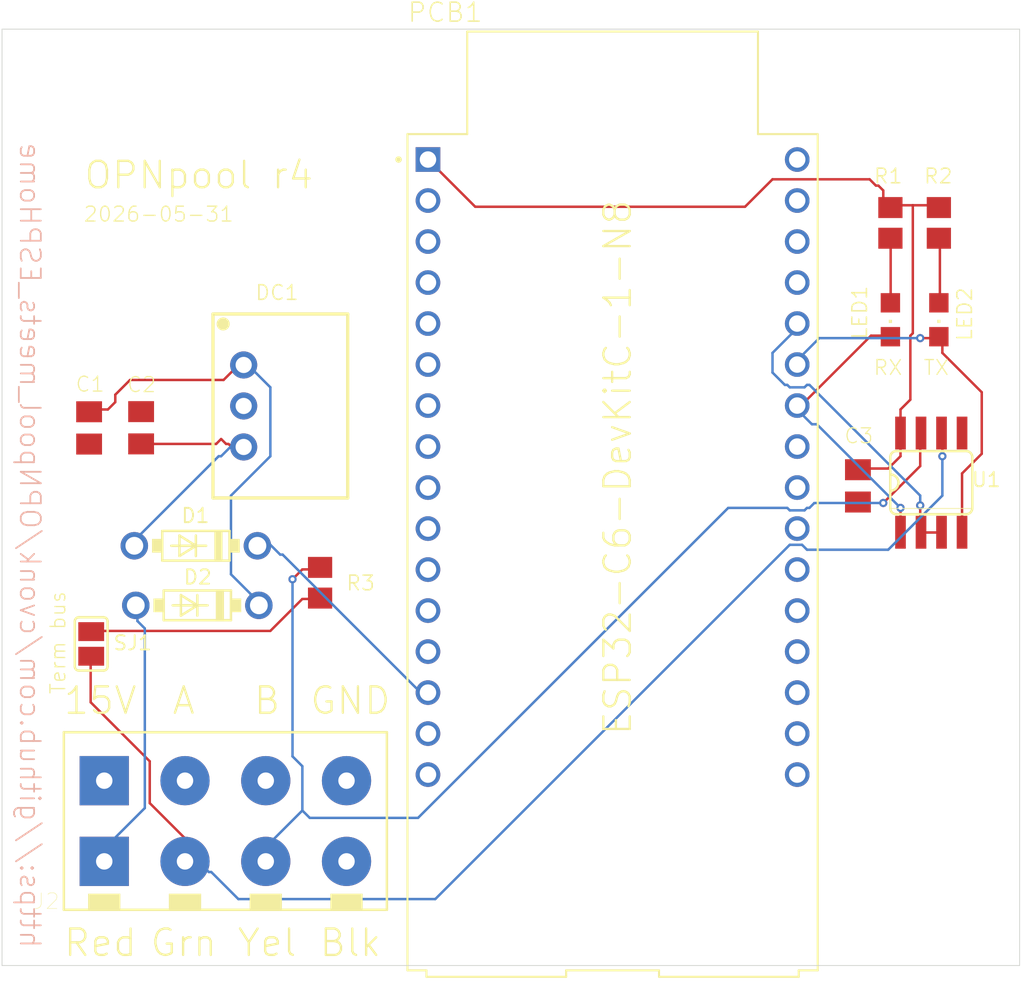
<source format=kicad_pcb>
(kicad_pcb (version 20241229) (generator "pcbnew") (generator_version "9.0")
  (layers (0 "F.Cu" signal) (2 "B.Cu" signal) (13 "F.Paste" user) (15 "B.Paste" user) (5 "F.SilkS" user "F.Silkscreen") (7 "B.SilkS" user "B.Silkscreen") (1 "F.Mask" user) (3 "B.Mask" user) (25 "Edge.Cuts" user))
  (net 0 "")
  (net 1 "GND")
  (net 2 "N$5")
  (net 3 "15V")
  (net 4 "RX1")
  (net 5 "B")
  (net 6 "A")
  (net 7 "VOUT")
  (net 8 "VIN")
  (net 9 "TX1")
  (net 10 "RTS1")
  (net 11 "3V3")
  (net 12 "N$1")
  (net 13 "N$2")
  (net 14 "N$4")
  (footprint "OPNpool r4:C0805K_334" (layer "F.Cu") (at 122.3911 100.7036 -90)
    (property "Reference" "C1" (at -2.165 0.89 0) (layer "F.SilkS") (effects (font (size 0.925222 0.925222) (thickness 0.074778)) (justify left bottom)))
    (property "Value" "10uF mlcc 25V" (hide yes))
    (pad "1" smd rect (at -1 0 270) (size 1.3 1.6) (layers "F.Cu" "F.Mask" "F.Paste") (net 8 "VIN"))
    (pad "2" smd rect (at 1 0 270) (size 1.3 1.6) (layers "F.Cu" "F.Mask" "F.Paste") (net 1 "GND"))
  )
  (footprint "OPNpool r4:MODULE_ESP32-C6-DEVKITC-1-N8" (layer "F.Cu") (at 154.8011 108.4036)
    (property "Reference" "PCB1" (at -12.75 -32.75 0) (layer "F.SilkS") (effects (font (size 1.176528 1.176528) (thickness 0.093472)) (justify left bottom)))
    (property "Value" "ESP32-C6-DEVKITC-1-N8")
    (fp_line (start -12.7 -25.9) (end -9 -25.9) (stroke (width 0.127)) (layer "F.SilkS"))
    (fp_line (start -12.7 25.9) (end -12.7 -25.9) (stroke (width 0.127)) (layer "F.SilkS"))
    (fp_line (start -11.525 25.9) (end -12.7 25.9) (stroke (width 0.127)) (layer "F.SilkS"))
    (fp_line (start -11.525 25.9) (end -11.525 26.3) (stroke (width 0.127)) (layer "F.SilkS"))
    (fp_line (start -11.525 26.3) (end -2.875 26.3) (stroke (width 0.127)) (layer "F.SilkS"))
    (fp_line (start -9 -32.25) (end 9 -32.25) (stroke (width 0.127)) (layer "F.SilkS"))
    (fp_line (start -9 -25.9) (end -9 -32.25) (stroke (width 0.127)) (layer "F.SilkS"))
    (fp_line (start -2.875 26.3) (end -2.875 25.9) (stroke (width 0.127)) (layer "F.SilkS"))
    (fp_line (start 2.875 25.9) (end -2.875 25.9) (stroke (width 0.127)) (layer "F.SilkS"))
    (fp_line (start 2.875 25.9) (end 2.875 26.3) (stroke (width 0.127)) (layer "F.SilkS"))
    (fp_line (start 2.875 26.3) (end 11.525 26.3) (stroke (width 0.127)) (layer "F.SilkS"))
    (fp_line (start 9 -32.25) (end 9 -25.9) (stroke (width 0.127)) (layer "F.SilkS"))
    (fp_line (start 9 -25.9) (end 12.7 -25.9) (stroke (width 0.127)) (layer "F.SilkS"))
    (fp_line (start 11.525 26.3) (end 11.525 25.9) (stroke (width 0.127)) (layer "F.SilkS"))
    (fp_line (start 12.7 -25.9) (end 12.7 25.9) (stroke (width 0.127)) (layer "F.SilkS"))
    (fp_line (start 12.7 25.9) (end 11.525 25.9) (stroke (width 0.127)) (layer "F.SilkS"))
    (fp_circle (center -13.25 -24.325) (end -13.15 -24.325) (stroke (width 0.2)) (fill no) (layer "F.SilkS"))
    (fp_text user "ESP32-C6-DevKitC-1-N8" (at 1.27 11.43 90) (layer "F.SilkS") (effects (font (size 1.63576 1.63576) (thickness 0.14224)) (justify left bottom)))
    (pad "!RST" thru_hole circle (at -11.43 -21.785) (size 1.524 1.524) (drill 1.016) (layers "*.Cu" "*.Mask"))
    (pad "3V3" thru_hole rect (at -11.43 -24.325) (size 1.524 1.524) (drill 1.016) (layers "*.Cu" "*.Mask") (net 11 "3V3"))
    (pad "5V0" thru_hole circle (at -11.43 8.695) (size 1.524 1.524) (drill 1.016) (layers "*.Cu" "*.Mask") (net 14 "N$4"))
    (pad "GND" thru_hole circle (at -11.43 11.235) (size 1.524 1.524) (drill 1.016) (layers "*.Cu" "*.Mask") (net 1 "GND"))
    (pad "GND@1" thru_hole circle (at 11.43 -24.325) (size 1.524 1.524) (drill 1.016) (layers "*.Cu" "*.Mask") (net 1 "GND"))
    (pad "GND@2" thru_hole circle (at 11.43 3.615) (size 1.524 1.524) (drill 1.016) (layers "*.Cu" "*.Mask") (net 1 "GND"))
    (pad "GND@3" thru_hole circle (at 11.43 11.235) (size 1.524 1.524) (drill 1.016) (layers "*.Cu" "*.Mask") (net 1 "GND"))
    (pad "IO0" thru_hole circle (at -11.43 -9.085) (size 1.524 1.524) (drill 1.016) (layers "*.Cu" "*.Mask"))
    (pad "IO1" thru_hole circle (at -11.43 -6.545) (size 1.524 1.524) (drill 1.016) (layers "*.Cu" "*.Mask"))
    (pad "IO2" thru_hole circle (at -11.43 3.615) (size 1.524 1.524) (drill 1.016) (layers "*.Cu" "*.Mask"))
    (pad "IO3" thru_hole circle (at -11.43 6.155) (size 1.524 1.524) (drill 1.016) (layers "*.Cu" "*.Mask"))
    (pad "IO4" thru_hole circle (at -11.43 -19.245) (size 1.524 1.524) (drill 1.016) (layers "*.Cu" "*.Mask"))
    (pad "IO5" thru_hole circle (at -11.43 -16.705) (size 1.524 1.524) (drill 1.016) (layers "*.Cu" "*.Mask"))
    (pad "IO6" thru_hole circle (at -11.43 -14.165) (size 1.524 1.524) (drill 1.016) (layers "*.Cu" "*.Mask"))
    (pad "IO7" thru_hole circle (at -11.43 -11.625) (size 1.524 1.524) (drill 1.016) (layers "*.Cu" "*.Mask"))
    (pad "IO8" thru_hole circle (at -11.43 -4.005) (size 1.524 1.524) (drill 1.016) (layers "*.Cu" "*.Mask"))
    (pad "IO9" thru_hole circle (at 11.43 1.075) (size 1.524 1.524) (drill 1.016) (layers "*.Cu" "*.Mask"))
    (pad "IO10" thru_hole circle (at -11.43 -1.465) (size 1.524 1.524) (drill 1.016) (layers "*.Cu" "*.Mask"))
    (pad "IO11" thru_hole circle (at -11.43 1.075) (size 1.524 1.524) (drill 1.016) (layers "*.Cu" "*.Mask"))
    (pad "IO12" thru_hole circle (at 11.43 8.695) (size 1.524 1.524) (drill 1.016) (layers "*.Cu" "*.Mask"))
    (pad "IO13" thru_hole circle (at 11.43 6.155) (size 1.524 1.524) (drill 1.016) (layers "*.Cu" "*.Mask"))
    (pad "IO15" thru_hole circle (at 11.43 -16.705) (size 1.524 1.524) (drill 1.016) (layers "*.Cu" "*.Mask"))
    (pad "IO16" thru_hole circle (at 11.43 -21.785) (size 1.524 1.524) (drill 1.016) (layers "*.Cu" "*.Mask"))
    (pad "IO17" thru_hole circle (at 11.43 -19.245) (size 1.524 1.524) (drill 1.016) (layers "*.Cu" "*.Mask"))
    (pad "IO18" thru_hole circle (at 11.43 -1.465) (size 1.524 1.524) (drill 1.016) (layers "*.Cu" "*.Mask"))
    (pad "IO19" thru_hole circle (at 11.43 -4.005) (size 1.524 1.524) (drill 1.016) (layers "*.Cu" "*.Mask"))
    (pad "IO20" thru_hole circle (at 11.43 -6.545) (size 1.524 1.524) (drill 1.016) (layers "*.Cu" "*.Mask"))
    (pad "IO21" thru_hole circle (at 11.43 -9.085) (size 1.524 1.524) (drill 1.016) (layers "*.Cu" "*.Mask") (net 4 "RX1"))
    (pad "IO22" thru_hole circle (at 11.43 -11.625) (size 1.524 1.524) (drill 1.016) (layers "*.Cu" "*.Mask") (net 9 "TX1"))
    (pad "IO23" thru_hole circle (at 11.43 -14.165) (size 1.524 1.524) (drill 1.016) (layers "*.Cu" "*.Mask") (net 10 "RTS1"))
    (pad "NC1" thru_hole circle (at -11.43 13.775) (size 1.524 1.524) (drill 1.016) (layers "*.Cu" "*.Mask"))
    (pad "NC2" thru_hole circle (at 11.43 13.775) (size 1.524 1.524) (drill 1.016) (layers "*.Cu" "*.Mask"))
  )
  (footprint "OPNpool r4:C0805K_334" (layer "F.Cu") (at 125.6111 100.6936 90)
    (property "Reference" "C2" (at 2.125 -0.92 0) (layer "F.SilkS") (effects (font (size 0.925222 0.925222) (thickness 0.074778)) (justify left bottom)))
    (property "Value" "10uF mlcc" (hide yes))
    (pad "1" smd rect (at -1 0 90) (size 1.3 1.6) (layers "F.Cu" "F.Mask" "F.Paste") (net 7 "VOUT"))
    (pad "2" smd rect (at 1 0 90) (size 1.3 1.6) (layers "F.Cu" "F.Mask" "F.Paste") (net 1 "GND"))
  )
  (footprint "OPNpool r4:dummyfp0" (layer "F.Cu") (at 131.0011 80.0036)
    (property "Reference" "UNK_HOLE_0" (hide yes))
    (property "Value" "")
    (pad "" np_thru_hole circle (at 0 0) (size 4 4) (drill 4) (layers "*.Cu" "*.Mask"))
  )
  (footprint "OPNpool r4:dummyfp1" (layer "F.Cu") (at 175.8011 80.0036)
    (property "Reference" "UNK_HOLE_1" (hide yes))
    (property "Value" "")
    (pad "" np_thru_hole circle (at 0 0) (size 4 4) (drill 4) (layers "*.Cu" "*.Mask"))
  )
  (footprint "OPNpool r4:C0805K_334" (layer "F.Cu") (at 169.9911 104.2936 -90)
    (property "Reference" "C3" (at -2.555 0.9 0) (layer "F.SilkS") (effects (font (size 0.925222 0.925222) (thickness 0.074778)) (justify left bottom)))
    (property "Value" "0.1uF cer." (hide yes))
    (pad "1" smd rect (at -1 0 270) (size 1.3 1.6) (layers "F.Cu" "F.Mask" "F.Paste") (net 11 "3V3"))
    (pad "2" smd rect (at 1 0 270) (size 1.3 1.6) (layers "F.Cu" "F.Mask" "F.Paste") (net 1 "GND"))
  )
  (footprint "OPNpool r4:SIP3" (layer "F.Cu") (at 134.5011 99.3436 -90)
    (property "Reference" "DC1" (at -6.49 1.875 0) (layer "F.SilkS") (effects (font (size 0.906528 0.906528) (thickness 0.093472)) (justify left bottom)))
    (property "Value" "R-78E5.0-0.5")
    (fp_line (start -5.6968 4.44) (end 5.6968 4.44) (stroke (width 0.2032)) (layer "F.SilkS"))
    (fp_line (start 5.6968 4.44) (end 5.6968 -3.9) (stroke (width 0.2032)) (layer "F.SilkS"))
    (fp_line (start -5.6968 -3.9) (end -5.6968 4.44) (stroke (width 0.2032)) (layer "F.SilkS"))
    (fp_line (start 5.6968 -3.9) (end -5.6968 -3.9) (stroke (width 0.2032)) (layer "F.SilkS"))
    (fp_circle (center -5.08 3.81) (end -4.876946 3.81) (stroke (width 0.406109)) (fill yes) (layer "F.SilkS"))
    (pad "1" thru_hole circle (at -2.54 2.54 270) (size 1.6764 1.6764) (drill 1) (layers "*.Cu" "*.Mask") (net 8 "VIN"))
    (pad "2" thru_hole circle (at 0 2.54 270) (size 1.6764 1.6764) (drill 1) (layers "*.Cu" "*.Mask") (net 1 "GND"))
    (pad "3" thru_hole circle (at 2.54 2.54 270) (size 1.6764 1.6764) (drill 1) (layers "*.Cu" "*.Mask") (net 7 "VOUT"))
  )
  (footprint "OPNpool r4:SPTAF1_4-5,0-LL" (layer "F.Cu") (at 131.0411 125.0136)
    (property "Reference" "J2" (at -12.143 5.58 0) (layer "F.SilkS") (effects (font (size 0.970089 0.970089) (thickness 0.029911)) (justify left bottom)))
    (property "Value" "RS485-TERM-SPTAF")
    (fp_line (start -10.213 -5.46) (end -10.213 5.54) (stroke (width 0.1524)) (layer "F.SilkS"))
    (fp_line (start -10.213 5.54) (end 9.787 5.54) (stroke (width 0.1524)) (layer "F.SilkS"))
    (fp_line (start 9.787 -5.46) (end -10.213 -5.46) (stroke (width 0.1524)) (layer "F.SilkS"))
    (fp_line (start 9.787 5.54) (end 9.787 -5.46) (stroke (width 0.1524)) (layer "F.SilkS"))
    (fp_poly (pts (xy -6.713 4.54) (xy -8.713 4.54) (xy -8.713 5.54) (xy -6.713 5.54)) (fill yes) (layer "F.SilkS"))
    (fp_poly (pts (xy -1.713 4.54) (xy -3.713 4.54) (xy -3.713 5.54) (xy -1.713 5.54)) (fill yes) (layer "F.SilkS"))
    (fp_poly (pts (xy 3.287 4.54) (xy 1.287 4.54) (xy 1.287 5.54) (xy 3.287 5.54)) (fill yes) (layer "F.SilkS"))
    (fp_poly (pts (xy 8.287 4.54) (xy 6.287 4.54) (xy 6.287 5.54) (xy 8.287 5.54)) (fill yes) (layer "F.SilkS"))
    (fp_text user "B" (at 2.367 -6.46 0) (layer "F.SilkS") (effects (font (size 1.63576 1.63576) (thickness 0.14224)) (justify bottom)))
    (fp_text user "A" (at -2.793 -6.46 0) (layer "F.SilkS") (effects (font (size 1.63576 1.63576) (thickness 0.14224)) (justify bottom)))
    (fp_text user "15V" (at -7.953 -6.46 0) (layer "F.SilkS") (effects (font (size 1.63576 1.63576) (thickness 0.14224)) (justify bottom)))
    (fp_text user "Blk" (at 7.527 8.54 0) (layer "F.SilkS") (effects (font (size 1.63576 1.63576) (thickness 0.14224)) (justify bottom)))
    (fp_text user "GND" (at 7.527 -6.46 0) (layer "F.SilkS") (effects (font (size 1.63576 1.63576) (thickness 0.14224)) (justify bottom)))
    (fp_text user "Grn" (at -2.793 8.54 0) (layer "F.SilkS") (effects (font (size 1.63576 1.63576) (thickness 0.14224)) (justify bottom)))
    (fp_text user "Red" (at -7.953 8.54 0) (layer "F.SilkS") (effects (font (size 1.63576 1.63576) (thickness 0.14224)) (justify bottom)))
    (fp_text user "Yel" (at 2.367 8.54 0) (layer "F.SilkS") (effects (font (size 1.63576 1.63576) (thickness 0.14224)) (justify bottom)))
    (pad "1" thru_hole rect (at -7.713 2.54 180) (size 3.048 3.048) (drill 1.016) (layers "*.Cu" "*.Mask") (net 3 "15V"))
    (pad "1@1" thru_hole rect (at -7.713 -2.46 180) (size 3.048 3.048) (drill 1.016) (layers "*.Cu" "*.Mask"))
    (pad "2" thru_hole circle (at -2.713 2.54 180) (size 3.048 3.048) (drill 1.016) (layers "*.Cu" "*.Mask") (net 6 "A"))
    (pad "2@1" thru_hole circle (at -2.713 -2.46 180) (size 3.048 3.048) (drill 1.016) (layers "*.Cu" "*.Mask"))
    (pad "3" thru_hole circle (at 2.287 2.54 180) (size 3.048 3.048) (drill 1.016) (layers "*.Cu" "*.Mask") (net 5 "B"))
    (pad "3@1" thru_hole circle (at 2.287 -2.46 180) (size 3.048 3.048) (drill 1.016) (layers "*.Cu" "*.Mask"))
    (pad "4" thru_hole circle (at 7.287 2.54 180) (size 3.048 3.048) (drill 1.016) (layers "*.Cu" "*.Mask") (net 1 "GND"))
    (pad "4@1" thru_hole circle (at 7.287 -2.46 180) (size 3.048 3.048) (drill 1.016) (layers "*.Cu" "*.Mask"))
  )
  (footprint "OPNpool r4:CHIPLED_0805" (layer "F.Cu") (at 172.0011 94.0036 180)
    (property "Reference" "LED1" (at 2.43 2.17 90) (layer "F.SilkS") (effects (font (size 0.906528 0.906528) (thickness 0.093472)) (justify right top)))
    (property "Value" "RX")
    (fp_poly (pts (xy -0.1 0) (xy 0.1 0) (xy 0.1 -0.2) (xy -0.1 -0.2)) (fill yes) (layer "F.SilkS"))
    (pad "A" smd rect (at 0 1.05 180) (size 1.2 1.2) (layers "F.Cu" "F.Mask" "F.Paste") (net 12 "N$1"))
    (pad "C" smd rect (at 0 -1.05 180) (size 1.2 1.2) (layers "F.Cu" "F.Mask" "F.Paste") (net 4 "RX1"))
  )
  (footprint "OPNpool r4:SO08" (layer "F.Cu") (at 174.5311 104.0936)
    (property "Reference" "U1" (at 4.365 -0.699 0) (layer "F.SilkS") (effects (font (size 0.8857 0.8857) (thickness 0.1143)) (justify right top)))
    (property "Value" "MAX3485CSA+" (hide yes))
    (fp_line (start -2.54 -1.5748) (end -2.54 -0.508) (stroke (width 0.1524)) (layer "F.SilkS"))
    (fp_line (start -2.54 -0.508) (end -2.54 0.508) (stroke (width 0.1524)) (layer "F.SilkS"))
    (fp_line (start -2.54 0.508) (end -2.54 1.5748) (stroke (width 0.1524)) (layer "F.SilkS"))
    (fp_line (start -2.54 1.6002) (end 2.54 1.6002) (stroke (width 0.0508)) (layer "F.SilkS"))
    (fp_line (start -2.159 1.9558) (end 2.159 1.9558) (stroke (width 0.1524)) (layer "F.SilkS"))
    (fp_line (start 2.159 -1.9558) (end -2.159 -1.9558) (stroke (width 0.1524)) (layer "F.SilkS"))
    (fp_line (start 2.54 1.5748) (end 2.54 -1.5748) (stroke (width 0.1524)) (layer "F.SilkS"))
    (fp_arc (start -2.54 -1.5748) (mid -2.428408 -1.844208) (end -2.159 -1.9558) (stroke (width 0.1524)) (layer "F.SilkS"))
    (fp_arc (start -2.54 -0.508) (mid -2.032 0) (end -2.54 0.508) (stroke (width 0.1524)) (layer "F.SilkS"))
    (fp_arc (start -2.159 1.9558) (mid -2.428408 1.844208) (end -2.54 1.5748) (stroke (width 0.1524)) (layer "F.SilkS"))
    (fp_arc (start 2.159 -1.9558) (mid 2.428408 -1.844208) (end 2.54 -1.5748) (stroke (width 0.1524)) (layer "F.SilkS"))
    (fp_arc (start 2.54 1.5748) (mid 2.428408 1.844208) (end 2.159 1.9558) (stroke (width 0.1524)) (layer "F.SilkS"))
    (pad "1" smd rect (at -1.905 3.0734) (size 0.6604 2.032) (layers "F.Cu" "F.Mask" "F.Paste") (net 4 "RX1"))
    (pad "2" smd rect (at -0.635 3.0734) (size 0.6604 2.032) (layers "F.Cu" "F.Mask" "F.Paste") (net 10 "RTS1"))
    (pad "3" smd rect (at 0.635 3.0734) (size 0.6604 2.032) (layers "F.Cu" "F.Mask" "F.Paste") (net 10 "RTS1"))
    (pad "4" smd rect (at 1.905 3.0734) (size 0.6604 2.032) (layers "F.Cu" "F.Mask" "F.Paste") (net 9 "TX1"))
    (pad "5" smd rect (at 1.905 -3.0734) (size 0.6604 2.032) (layers "F.Cu" "F.Mask" "F.Paste") (net 1 "GND"))
    (pad "6" smd rect (at 0.635 -3.0734) (size 0.6604 2.032) (layers "F.Cu" "F.Mask" "F.Paste") (net 6 "A"))
    (pad "7" smd rect (at -0.635 -3.0734) (size 0.6604 2.032) (layers "F.Cu" "F.Mask" "F.Paste") (net 5 "B"))
    (pad "8" smd rect (at -1.905 -3.0734) (size 0.6604 2.032) (layers "F.Cu" "F.Mask" "F.Paste") (net 11 "3V3"))
  )
  (footprint "OPNpool r4:DO41-7.6" (layer "F.Cu") (at 129.0011 108.0036 180)
    (property "Reference" "D1" (at 0.968 1.349 0) (layer "F.SilkS") (effects (font (size 0.8857 0.8857) (thickness 0.1143)) (justify left bottom)))
    (property "Value" "1N5818")
    (fp_line (start 2.082 0.92) (end 2.082 -0.92) (stroke (width 0.1524)) (layer "F.SilkS"))
    (fp_line (start 2.082 0.92) (end -2.082 0.92) (stroke (width 0.1524)) (layer "F.SilkS"))
    (fp_line (start 1.016 0.635) (end 0 0) (stroke (width 0.1524)) (layer "F.SilkS"))
    (fp_line (start 1.016 -0.635) (end 1.016 0.635) (stroke (width 0.1524)) (layer "F.SilkS"))
    (fp_line (start 0 0) (end 1.524 0) (stroke (width 0.1524)) (layer "F.SilkS"))
    (fp_line (start 0 0) (end 1.016 -0.635) (stroke (width 0.1524)) (layer "F.SilkS"))
    (fp_line (start 0 0) (end 0 0.635) (stroke (width 0.1524)) (layer "F.SilkS"))
    (fp_line (start 0 -0.635) (end 0 0) (stroke (width 0.1524)) (layer "F.SilkS"))
    (fp_line (start -0.635 0) (end 0 0) (stroke (width 0.1524)) (layer "F.SilkS"))
    (fp_line (start -2.082 -0.92) (end 2.082 -0.92) (stroke (width 0.1524)) (layer "F.SilkS"))
    (fp_line (start -2.082 -0.92) (end -2.082 0.92) (stroke (width 0.1524)) (layer "F.SilkS"))
    (fp_poly (pts (xy 2.082 0.425) (xy 2.717 0.425) (xy 2.717 -0.425) (xy 2.082 -0.425)) (fill yes) (layer "F.SilkS"))
    (fp_poly (pts (xy -1.651 0.95) (xy -1.143 0.95) (xy -1.143 -0.92) (xy -1.651 -0.92)) (fill yes) (layer "F.SilkS"))
    (fp_poly (pts (xy -2.717 0.425) (xy -2.082 0.425) (xy -2.082 -0.425) (xy -2.717 -0.425)) (fill yes) (layer "F.SilkS"))
    (pad "A" thru_hole circle (at 3.81 0 180) (size 1.7 1.7) (drill 1.1) (layers "*.Cu" "*.Mask") (net 7 "VOUT"))
    (pad "C" thru_hole circle (at -3.81 0 180) (size 1.7 1.7) (drill 1.1) (layers "*.Cu" "*.Mask") (net 14 "N$4"))
  )
  (footprint "OPNpool r4:SJ_252" (layer "F.Cu") (at 122.5211 114.0836 -90)
    (property "Reference" "SJ1" (at 0.457 -1.309 0) (layer "F.SilkS") (effects (font (size 0.8857 0.8857) (thickness 0.1143)) (justify left bottom)))
    (property "Value" "OPEN")
    (fp_line (start 1.397 1.016) (end -1.397 1.016) (stroke (width 0.1524)) (layer "F.SilkS"))
    (fp_line (start -1.651 0.762) (end -1.651 -0.762) (stroke (width 0.1524)) (layer "F.SilkS"))
    (fp_line (start 1.651 0.762) (end 1.651 -0.762) (stroke (width 0.1524)) (layer "F.SilkS"))
    (fp_line (start -1.397 -1.016) (end 1.397 -1.016) (stroke (width 0.1524)) (layer "F.SilkS"))
    (fp_arc (start -1.397 1.016) (mid -1.576605 0.941605) (end -1.651 0.762) (stroke (width 0.1524)) (layer "F.SilkS"))
    (fp_arc (start 1.651 0.762) (mid 1.576605 0.941605) (end 1.397 1.016) (stroke (width 0.1524)) (layer "F.SilkS"))
    (fp_arc (start -1.651 -0.762) (mid -1.576605 -0.941605) (end -1.397 -1.016) (stroke (width 0.1524)) (layer "F.SilkS"))
    (fp_arc (start 1.397 -1.016) (mid 1.576605 -0.941605) (end 1.651 -0.762) (stroke (width 0.1524)) (layer "F.SilkS"))
    (pad "1" smd rect (at -0.762 0 270) (size 1.1684 1.6002) (layers "F.Cu" "F.Mask" "F.Paste") (net 2 "N$5"))
    (pad "2" smd rect (at 0.762 0 270) (size 1.1684 1.6002) (layers "F.Cu" "F.Mask" "F.Paste") (net 6 "A"))
  )
  (footprint "OPNpool r4:R0805_334" (layer "F.Cu") (at 175.0011 88.0036 90)
    (property "Reference" "R2" (at 2.37 -0.035 0) (layer "F.SilkS") (effects (font (size 0.906528 0.906528) (thickness 0.093472)) (justify bottom)))
    (property "Value" "68Ω" (hide yes))
    (pad "1" smd rect (at -0.95 0 90) (size 1.3 1.5) (layers "F.Cu" "F.Mask" "F.Paste") (net 13 "N$2"))
    (pad "2" smd rect (at 0.95 0 90) (size 1.3 1.5) (layers "F.Cu" "F.Mask" "F.Paste") (net 11 "3V3"))
  )
  (footprint "OPNpool r4:R0805_334" (layer "F.Cu") (at 136.6911 110.2936 -90)
    (property "Reference" "R3" (at 0.55 -1.565 0) (layer "F.SilkS") (effects (font (size 0.906528 0.906528) (thickness 0.093472)) (justify left bottom)))
    (property "Value" "120Ω" (hide yes))
    (pad "1" smd rect (at -0.95 0 270) (size 1.3 1.5) (layers "F.Cu" "F.Mask" "F.Paste") (net 5 "B"))
    (pad "2" smd rect (at 0.95 0 270) (size 1.3 1.5) (layers "F.Cu" "F.Mask" "F.Paste") (net 2 "N$5"))
  )
  (footprint "OPNpool r4:DO41-7.6" (layer "F.Cu") (at 129.0911 111.6936 180)
    (property "Reference" "D2" (at 0.912 1.231 0) (layer "F.SilkS") (effects (font (size 0.8857 0.8857) (thickness 0.1143)) (justify left bottom)))
    (property "Value" "1N5818" (hide yes))
    (fp_line (start 2.082 0.92) (end 2.082 -0.92) (stroke (width 0.1524)) (layer "F.SilkS"))
    (fp_line (start 2.082 0.92) (end -2.082 0.92) (stroke (width 0.1524)) (layer "F.SilkS"))
    (fp_line (start 1.016 0.635) (end 0 0) (stroke (width 0.1524)) (layer "F.SilkS"))
    (fp_line (start 1.016 -0.635) (end 1.016 0.635) (stroke (width 0.1524)) (layer "F.SilkS"))
    (fp_line (start 0 0) (end 1.524 0) (stroke (width 0.1524)) (layer "F.SilkS"))
    (fp_line (start 0 0) (end 1.016 -0.635) (stroke (width 0.1524)) (layer "F.SilkS"))
    (fp_line (start 0 0) (end 0 0.635) (stroke (width 0.1524)) (layer "F.SilkS"))
    (fp_line (start 0 -0.635) (end 0 0) (stroke (width 0.1524)) (layer "F.SilkS"))
    (fp_line (start -0.635 0) (end 0 0) (stroke (width 0.1524)) (layer "F.SilkS"))
    (fp_line (start -2.082 -0.92) (end 2.082 -0.92) (stroke (width 0.1524)) (layer "F.SilkS"))
    (fp_line (start -2.082 -0.92) (end -2.082 0.92) (stroke (width 0.1524)) (layer "F.SilkS"))
    (fp_poly (pts (xy 2.082 0.425) (xy 2.717 0.425) (xy 2.717 -0.425) (xy 2.082 -0.425)) (fill yes) (layer "F.SilkS"))
    (fp_poly (pts (xy -1.651 0.95) (xy -1.143 0.95) (xy -1.143 -0.92) (xy -1.651 -0.92)) (fill yes) (layer "F.SilkS"))
    (fp_poly (pts (xy -2.717 0.425) (xy -2.082 0.425) (xy -2.082 -0.425) (xy -2.717 -0.425)) (fill yes) (layer "F.SilkS"))
    (pad "A" thru_hole circle (at 3.81 0 180) (size 1.7 1.7) (drill 1.1) (layers "*.Cu" "*.Mask") (net 3 "15V"))
    (pad "C" thru_hole circle (at -3.81 0 180) (size 1.7 1.7) (drill 1.1) (layers "*.Cu" "*.Mask") (net 8 "VIN"))
  )
  (footprint "OPNpool r4:R0805_334" (layer "F.Cu") (at 172.0011 88.0036 90)
    (property "Reference" "R1" (at 2.37 -0.135 0) (layer "F.SilkS") (effects (font (size 0.906528 0.906528) (thickness 0.093472)) (justify bottom)))
    (property "Value" "68Ω" (hide yes))
    (pad "1" smd rect (at -0.95 0 90) (size 1.3 1.5) (layers "F.Cu" "F.Mask" "F.Paste") (net 12 "N$1"))
    (pad "2" smd rect (at 0.95 0 90) (size 1.3 1.5) (layers "F.Cu" "F.Mask" "F.Paste") (net 11 "3V3"))
  )
  (footprint "OPNpool r4:CHIPLED_0805" (layer "F.Cu") (at 175.0011 94.0036 180)
    (property "Reference" "LED2" (at -1.07 2.07 90) (layer "F.SilkS") (effects (font (size 0.906528 0.906528) (thickness 0.093472)) (justify right top)))
    (property "Value" "TX")
    (fp_poly (pts (xy -0.1 0) (xy 0.1 0) (xy 0.1 -0.2) (xy -0.1 -0.2)) (fill yes) (layer "F.SilkS"))
    (pad "A" smd rect (at 0 1.05 180) (size 1.2 1.2) (layers "F.Cu" "F.Mask" "F.Paste") (net 13 "N$2"))
    (pad "C" smd rect (at 0 -1.05 180) (size 1.2 1.2) (layers "F.Cu" "F.Mask" "F.Paste") (net 9 "TX1"))
  )
  (gr_line (start 117.0011 76.0036) (end 117.0011 134.0036) (stroke (width 0.05)) (layer "Edge.Cuts"))
  (gr_line (start 180.0011 76.0036) (end 117.0011 76.0036) (stroke (width 0.05)) (layer "Edge.Cuts"))
  (gr_line (start 117.0011 134.0036) (end 180.0011 134.0036) (stroke (width 0.05)) (layer "Edge.Cuts"))
  (gr_line (start 180.0011 134.0036) (end 180.0011 76.0036) (stroke (width 0.05)) (layer "Edge.Cuts"))
  (gr_text "${CURRENT_DATE}" (at 122.0011 88.0036 0) (layer "F.SilkS") (effects (font (size 0.92 0.92) (thickness 0.08)) (justify left bottom)))
  (gr_text "Term bus" (at 121.0011 114.0036 90) (layer "F.SilkS") (effects (font (size 0.92 0.92) (thickness 0.08)) (justify bottom)))
  (gr_text "RX" (at 170.9011 97.5036 0) (layer "F.SilkS") (effects (font (size 0.92 0.92) (thickness 0.08)) (justify left bottom)))
  (gr_text "TX" (at 174.0011 97.5036 0) (layer "F.SilkS") (effects (font (size 0.92 0.92) (thickness 0.08)) (justify left bottom)))
  (gr_text "OPNpool r4" (at 122.0011 86.0036 0) (layer "F.SilkS") (effects (font (size 1.63576 1.63576) (thickness 0.14224)) (justify left bottom)))
  (gr_text "https://github.com/cvonk/OPNpool_meets_ESPHome" (at 118.0011 133.0036 -90) (layer "B.SilkS") (effects (font (size 1.242 1.242) (thickness 0.108)) (justify left bottom mirror)))
  (segment (start 136.6607 111.296) (end 136.6911 111.2436) (width 0.1524) (layer "F.Cu") (net 2))
  (segment (start 122.6399 113.2772) (end 122.5211 113.3216) (width 0.1524) (layer "F.Cu") (net 2))
  (segment (start 133.6127 113.2772) (end 135.5939 111.296) (width 0.1524) (layer "F.Cu") (net 2))
  (segment (start 135.5939 111.296) (end 136.6607 111.296) (width 0.1524) (layer "F.Cu") (net 2))
  (segment (start 122.6399 113.2772) (end 133.6127 113.2772) (width 0.1524) (layer "F.Cu") (net 2))
  (segment (start 125.8403 124.25) (end 125.8403 113.1248) (width 0.1524) (layer "B.Cu") (net 3))
  (segment (start 125.3831 111.7532) (end 125.2811 111.6936) (width 0.1524) (layer "B.Cu") (net 3))
  (segment (start 123.4019 127.4504) (end 123.4019 126.6884) (width 0.1524) (layer "B.Cu") (net 3))
  (segment (start 125.8403 113.1248) (end 125.3831 112.6676) (width 0.1524) (layer "B.Cu") (net 3))
  (segment (start 123.4019 127.4504) (end 123.3281 127.5536) (width 0.1524) (layer "B.Cu") (net 3))
  (segment (start 125.3831 112.6676) (end 125.3831 111.7532) (width 0.1524) (layer "B.Cu") (net 3))
  (segment (start 123.4019 126.6884) (end 125.8403 124.25) (width 0.1524) (layer "B.Cu") (net 3))
  (segment (start 166.3787 99.4088) (end 170.7983 94.9892) (width 0.1524) (layer "F.Cu") (net 4))
  (segment (start 170.7983 94.9892) (end 171.8651 94.9892) (width 0.1524) (layer "F.Cu") (net 4))
  (segment (start 171.8651 94.9892) (end 172.0011 95.0536) (width 0.1524) (layer "F.Cu") (net 4))
  (segment (start 172.6271 105.6572) (end 172.6271 107.0288) (width 0.1524) (layer "F.Cu") (net 4))
  (segment (start 166.3787 99.4088) (end 166.2311 99.3186) (width 0.1524) (layer "F.Cu") (net 4))
  (segment (start 172.6271 107.0288) (end 172.6261 107.167) (width 0.1524) (layer "F.Cu") (net 4))
  (via (at 172.6271 105.6572) (size 0.508) (drill 0.254) (layers "F.Cu" "B.Cu") (net 4))
  (segment (start 166.3787 99.4088) (end 166.3787 99.7136) (width 0.1524) (layer "B.Cu") (net 4))
  (segment (start 166.3787 99.7136) (end 167.1407 100.4756) (width 0.1524) (layer "B.Cu") (net 4))
  (segment (start 167.4455 100.4756) (end 172.6271 105.6572) (width 0.1524) (layer "B.Cu") (net 4))
  (segment (start 166.3787 99.4088) (end 166.2311 99.3186) (width 0.1524) (layer "B.Cu") (net 4))
  (segment (start 167.1407 100.4756) (end 167.4455 100.4756) (width 0.1524) (layer "B.Cu") (net 4))
  (segment (start 134.9843 110.0768) (end 135.5939 109.4672) (width 0.1524) (layer "F.Cu") (net 5))
  (segment (start 135.5939 109.4672) (end 136.6607 109.4672) (width 0.1524) (layer "F.Cu") (net 5))
  (segment (start 173.8463 103.0664) (end 173.8463 101.0852) (width 0.1524) (layer "F.Cu") (net 5))
  (segment (start 171.5603 105.3524) (end 173.8463 103.0664) (width 0.1524) (layer "F.Cu") (net 5))
  (segment (start 136.6607 109.4672) (end 136.6911 109.3436) (width 0.1524) (layer "F.Cu") (net 5))
  (segment (start 173.8463 101.0852) (end 173.8961 101.0202) (width 0.1524) (layer "F.Cu") (net 5))
  (via (at 134.9843 110.0768) (size 0.508) (drill 0.254) (layers "F.Cu" "B.Cu") (net 5))
  (via (at 171.5603 105.3524) (size 0.508) (drill 0.254) (layers "F.Cu" "B.Cu") (net 5))
  (segment (start 166.8359 105.6572) (end 166.9883 105.6572) (width 0.1524) (layer "B.Cu") (net 5))
  (segment (start 165.6167 105.6572) (end 165.7691 105.8096) (width 0.1524) (layer "B.Cu") (net 5))
  (segment (start 166.9883 105.6572) (end 167.2931 105.3524) (width 0.1524) (layer "B.Cu") (net 5))
  (segment (start 135.5939 124.4024) (end 136.0511 124.8596) (width 0.1524) (layer "B.Cu") (net 5))
  (segment (start 161.9591 105.6572) (end 165.6167 105.6572) (width 0.1524) (layer "B.Cu") (net 5))
  (segment (start 165.7691 105.8096) (end 166.6835 105.8096) (width 0.1524) (layer "B.Cu") (net 5))
  (segment (start 133.4603 127.4504) (end 133.4603 126.536) (width 0.1524) (layer "B.Cu") (net 5))
  (segment (start 135.5939 124.4024) (end 135.5939 121.6592) (width 0.1524) (layer "B.Cu") (net 5))
  (segment (start 136.0511 124.8596) (end 142.7567 124.8596) (width 0.1524) (layer "B.Cu") (net 5))
  (segment (start 142.7567 124.8596) (end 161.9591 105.6572) (width 0.1524) (layer "B.Cu") (net 5))
  (segment (start 133.4603 126.536) (end 135.5939 124.4024) (width 0.1524) (layer "B.Cu") (net 5))
  (segment (start 134.9843 121.0496) (end 134.9843 110.0768) (width 0.1524) (layer "B.Cu") (net 5))
  (segment (start 167.2931 105.3524) (end 171.5603 105.3524) (width 0.1524) (layer "B.Cu") (net 5))
  (segment (start 135.5939 121.6592) (end 134.9843 121.0496) (width 0.1524) (layer "B.Cu") (net 5))
  (segment (start 133.4603 127.4504) (end 133.3281 127.5536) (width 0.1524) (layer "B.Cu") (net 5))
  (segment (start 166.6835 105.8096) (end 166.8359 105.6572) (width 0.1524) (layer "B.Cu") (net 5))
  (segment (start 126.1451 123.9452) (end 126.1451 121.3544) (width 0.1524) (layer "F.Cu") (net 6))
  (segment (start 175.2179 102.4568) (end 175.2179 101.0852) (width 0.1524) (layer "F.Cu") (net 6))
  (segment (start 175.2179 101.0852) (end 175.1661 101.0202) (width 0.1524) (layer "F.Cu") (net 6))
  (segment (start 128.2787 127.4504) (end 128.2787 126.0788) (width 0.1524) (layer "F.Cu") (net 6))
  (segment (start 128.2787 126.0788) (end 126.1451 123.9452) (width 0.1524) (layer "F.Cu") (net 6))
  (segment (start 122.4875 117.6968) (end 122.4875 114.9536) (width 0.1524) (layer "F.Cu") (net 6))
  (segment (start 128.2787 127.4504) (end 128.3281 127.5536) (width 0.1524) (layer "F.Cu") (net 6))
  (segment (start 122.4875 114.9536) (end 122.5211 114.8456) (width 0.1524) (layer "F.Cu") (net 6))
  (segment (start 126.1451 121.3544) (end 122.4875 117.6968) (width 0.1524) (layer "F.Cu") (net 6))
  (via (at 175.2179 102.4568) (size 0.508) (drill 0.254) (layers "F.Cu" "B.Cu") (net 6))
  (segment (start 143.8235 129.8888) (end 165.7691 107.9432) (width 0.1524) (layer "B.Cu") (net 6))
  (segment (start 129.9551 128.2124) (end 131.6315 129.8888) (width 0.1524) (layer "B.Cu") (net 6))
  (segment (start 131.6315 129.8888) (end 143.8235 129.8888) (width 0.1524) (layer "B.Cu") (net 6))
  (segment (start 175.2179 104.8952) (end 175.2179 102.4568) (width 0.1524) (layer "B.Cu") (net 6))
  (segment (start 128.4311 127.6028) (end 128.3281 127.5536) (width 0.1524) (layer "B.Cu") (net 6))
  (segment (start 166.8359 108.248) (end 171.8651 108.248) (width 0.1524) (layer "B.Cu") (net 6))
  (segment (start 128.4311 127.6028) (end 129.1931 127.6028) (width 0.1524) (layer "B.Cu") (net 6))
  (segment (start 129.1931 127.6028) (end 129.8027 128.2124) (width 0.1524) (layer "B.Cu") (net 6))
  (segment (start 165.7691 107.9432) (end 166.5311 107.9432) (width 0.1524) (layer "B.Cu") (net 6))
  (segment (start 166.5311 107.9432) (end 166.8359 108.248) (width 0.1524) (layer "B.Cu") (net 6))
  (segment (start 129.8027 128.2124) (end 129.9551 128.2124) (width 0.1524) (layer "B.Cu") (net 6))
  (segment (start 171.8651 108.248) (end 175.2179 104.8952) (width 0.1524) (layer "B.Cu") (net 6))
  (segment (start 131.9363 101.8472) (end 131.1743 101.8472) (width 0.1524) (layer "F.Cu") (net 7))
  (segment (start 130.8695 101.6948) (end 130.5647 101.39) (width 0.1524) (layer "F.Cu") (net 7))
  (segment (start 125.6879 101.6948) (end 125.6111 101.6936) (width 0.1524) (layer "F.Cu") (net 7))
  (segment (start 131.0219 101.6948) (end 130.8695 101.6948) (width 0.1524) (layer "F.Cu") (net 7))
  (segment (start 130.2599 101.6948) (end 125.6879 101.6948) (width 0.1524) (layer "F.Cu") (net 7))
  (segment (start 131.9363 101.8472) (end 131.9611 101.8836) (width 0.1524) (layer "F.Cu") (net 7))
  (segment (start 130.5647 101.39) (end 130.2599 101.6948) (width 0.1524) (layer "F.Cu") (net 7))
  (segment (start 131.1743 101.8472) (end 131.0219 101.6948) (width 0.1524) (layer "F.Cu") (net 7))
  (segment (start 125.2307 107.6384) (end 125.2307 107.9432) (width 0.1524) (layer "B.Cu") (net 7))
  (segment (start 131.1743 101.8472) (end 130.5647 102.4568) (width 0.1524) (layer "B.Cu") (net 7))
  (segment (start 130.5647 102.4568) (end 130.4123 102.4568) (width 0.1524) (layer "B.Cu") (net 7))
  (segment (start 130.4123 102.4568) (end 125.2307 107.6384) (width 0.1524) (layer "B.Cu") (net 7))
  (segment (start 131.9363 101.8472) (end 131.1743 101.8472) (width 0.1524) (layer "B.Cu") (net 7))
  (segment (start 125.2307 107.9432) (end 125.1911 108.0036) (width 0.1524) (layer "B.Cu") (net 7))
  (segment (start 131.9363 101.8472) (end 131.9611 101.8836) (width 0.1524) (layer "B.Cu") (net 7))
  (segment (start 130.7171 97.7324) (end 124.9259 97.7324) (width 0.1524) (layer "F.Cu") (net 8))
  (segment (start 122.4875 99.5612) (end 122.3911 99.7036) (width 0.1524) (layer "F.Cu") (net 8))
  (segment (start 131.9363 96.818) (end 131.9611 96.8036) (width 0.1524) (layer "F.Cu") (net 8))
  (segment (start 123.5543 99.5612) (end 122.4875 99.5612) (width 0.1524) (layer "F.Cu") (net 8))
  (segment (start 131.6315 96.818) (end 130.7171 97.7324) (width 0.1524) (layer "F.Cu") (net 8))
  (segment (start 124.0115 99.104) (end 123.5543 99.5612) (width 0.1524) (layer "F.Cu") (net 8))
  (segment (start 131.9363 96.818) (end 131.6315 96.818) (width 0.1524) (layer "F.Cu") (net 8))
  (segment (start 124.9259 97.7324) (end 124.0115 98.6468) (width 0.1524) (layer "F.Cu") (net 8))
  (segment (start 124.0115 98.6468) (end 124.0115 99.104) (width 0.1524) (layer "F.Cu") (net 8))
  (segment (start 131.1743 104.8952) (end 131.1743 109.772) (width 0.1524) (layer "B.Cu") (net 8))
  (segment (start 131.1743 109.772) (end 132.3935 110.9912) (width 0.1524) (layer "B.Cu") (net 8))
  (segment (start 133.6127 102.4568) (end 131.1743 104.8952) (width 0.1524) (layer "B.Cu") (net 8))
  (segment (start 133.6127 98.1896) (end 133.6127 102.4568) (width 0.1524) (layer "B.Cu") (net 8))
  (segment (start 132.0887 96.6656) (end 133.6127 98.1896) (width 0.1524) (layer "B.Cu") (net 8))
  (segment (start 132.8507 111.6008) (end 132.9011 111.6936) (width 0.1524) (layer "B.Cu") (net 8))
  (segment (start 132.0887 96.6656) (end 131.9611 96.8036) (width 0.1524) (layer "B.Cu") (net 8))
  (segment (start 132.3935 111.1436) (end 132.8507 111.6008) (width 0.1524) (layer "B.Cu") (net 8))
  (segment (start 132.3935 110.9912) (end 132.3935 111.1436) (width 0.1524) (layer "B.Cu") (net 8))
  (segment (start 175.0655 95.1416) (end 175.2179 95.294) (width 0.1524) (layer "F.Cu") (net 9))
  (segment (start 174.9131 95.1416) (end 175.0011 95.0536) (width 0.1524) (layer "F.Cu") (net 9))
  (segment (start 177.6563 98.4944) (end 177.6563 102.3044) (width 0.1524) (layer "F.Cu") (net 9))
  (segment (start 173.8463 95.1416) (end 174.9131 95.1416) (width 0.1524) (layer "F.Cu") (net 9))
  (segment (start 175.2179 95.294) (end 175.2179 96.056) (width 0.1524) (layer "F.Cu") (net 9))
  (segment (start 176.4371 103.5236) (end 176.4371 107.0288) (width 0.1524) (layer "F.Cu") (net 9))
  (segment (start 175.0655 95.1416) (end 175.0011 95.0536) (width 0.1524) (layer "F.Cu") (net 9))
  (segment (start 176.4371 107.0288) (end 176.4361 107.167) (width 0.1524) (layer "F.Cu") (net 9))
  (segment (start 177.6563 102.3044) (end 176.4371 103.5236) (width 0.1524) (layer "F.Cu") (net 9))
  (segment (start 175.2179 96.056) (end 177.6563 98.4944) (width 0.1524) (layer "F.Cu") (net 9))
  (via (at 173.8463 95.1416) (size 0.508) (drill 0.254) (layers "F.Cu" "B.Cu") (net 9))
  (segment (start 166.3787 96.3608) (end 167.5979 95.1416) (width 0.1524) (layer "B.Cu") (net 9))
  (segment (start 166.3787 96.6656) (end 166.3787 96.3608) (width 0.1524) (layer "B.Cu") (net 9))
  (segment (start 166.3787 96.6656) (end 166.2311 96.7786) (width 0.1524) (layer "B.Cu") (net 9))
  (segment (start 167.5979 95.1416) (end 173.8463 95.1416) (width 0.1524) (layer "B.Cu") (net 9))
  (segment (start 173.9987 107.1812) (end 173.8961 107.167) (width 0.1524) (layer "F.Cu") (net 10))
  (segment (start 173.8463 105.5048) (end 173.8463 107.0288) (width 0.1524) (layer "F.Cu") (net 10))
  (segment (start 175.0655 107.1812) (end 175.1661 107.167) (width 0.1524) (layer "F.Cu") (net 10))
  (segment (start 175.0655 107.1812) (end 173.9987 107.1812) (width 0.1524) (layer "F.Cu") (net 10))
  (segment (start 173.8463 107.0288) (end 173.8961 107.167) (width 0.1524) (layer "F.Cu") (net 10))
  (via (at 173.8463 105.5048) (size 0.508) (drill 0.254) (layers "F.Cu" "B.Cu") (net 10))
  (segment (start 166.3787 94.3796) (end 164.7023 96.056) (width 0.1524) (layer "B.Cu") (net 10))
  (segment (start 173.8463 104.8952) (end 173.8463 105.5048) (width 0.1524) (layer "B.Cu") (net 10))
  (segment (start 166.6835 98.1896) (end 166.8359 98.0372) (width 0.1524) (layer "B.Cu") (net 10))
  (segment (start 165.7691 98.1896) (end 166.6835 98.1896) (width 0.1524) (layer "B.Cu") (net 10))
  (segment (start 164.7023 97.2752) (end 165.4643 98.0372) (width 0.1524) (layer "B.Cu") (net 10))
  (segment (start 164.7023 96.056) (end 164.7023 97.2752) (width 0.1524) (layer "B.Cu") (net 10))
  (segment (start 165.4643 98.0372) (end 165.6167 98.0372) (width 0.1524) (layer "B.Cu") (net 10))
  (segment (start 166.8359 98.0372) (end 166.9883 98.0372) (width 0.1524) (layer "B.Cu") (net 10))
  (segment (start 165.6167 98.0372) (end 165.7691 98.1896) (width 0.1524) (layer "B.Cu") (net 10))
  (segment (start 166.9883 98.0372) (end 173.8463 104.8952) (width 0.1524) (layer "B.Cu") (net 10))
  (segment (start 166.3787 94.3796) (end 166.2311 94.2386) (width 0.1524) (layer "B.Cu") (net 10))
  (segment (start 172.6271 102.4568) (end 171.8651 103.2188) (width 0.1524) (layer "F.Cu") (net 11))
  (segment (start 172.6271 100.9328) (end 172.6271 99.5612) (width 0.1524) (layer "F.Cu") (net 11))
  (segment (start 174.9131 86.912) (end 173.3891 86.912) (width 0.1524) (layer "F.Cu") (net 11))
  (segment (start 173.2367 94.9892) (end 173.3891 94.8368) (width 0.1524) (layer "F.Cu") (net 11))
  (segment (start 173.3891 94.8368) (end 173.3891 86.912) (width 0.1524) (layer "F.Cu") (net 11))
  (segment (start 170.0363 103.2188) (end 169.9911 103.2936) (width 0.1524) (layer "F.Cu") (net 11))
  (segment (start 143.3711 84.0786) (end 146.2961 87.0036) (width 0.1524) (layer "F.Cu") (net 11))
  (segment (start 171.8651 86.912) (end 171.5603 86.6072) (width 0.1524) (layer "F.Cu") (net 11))
  (segment (start 172.6271 101.0852) (end 172.6271 102.4568) (width 0.1524) (layer "F.Cu") (net 11))
  (segment (start 170.7139 85.3036) (end 171.1031 85.6928) (width 0.1524) (layer "F.Cu") (net 11))
  (segment (start 163.0011 87.0036) (end 164.7011 85.3036) (width 0.1524) (layer "F.Cu") (net 11))
  (segment (start 164.7011 85.3036) (end 170.7139 85.3036) (width 0.1524) (layer "F.Cu") (net 11))
  (segment (start 172.6271 100.9328) (end 172.6261 101.0202) (width 0.1524) (layer "F.Cu") (net 11))
  (segment (start 172.0175 86.912) (end 172.0011 87.0536) (width 0.1524) (layer "F.Cu") (net 11))
  (segment (start 173.2367 98.9516) (end 173.2367 94.9892) (width 0.1524) (layer "F.Cu") (net 11))
  (segment (start 173.3891 86.912) (end 172.0175 86.912) (width 0.1524) (layer "F.Cu") (net 11))
  (segment (start 174.9131 86.912) (end 175.0011 87.0536) (width 0.1524) (layer "F.Cu") (net 11))
  (segment (start 171.8651 86.912) (end 172.0011 87.0536) (width 0.1524) (layer "F.Cu") (net 11))
  (segment (start 171.5603 86.6072) (end 171.5603 85.9976) (width 0.1524) (layer "F.Cu") (net 11))
  (segment (start 171.8651 103.2188) (end 170.0363 103.2188) (width 0.1524) (layer "F.Cu") (net 11))
  (segment (start 146.2961 87.0036) (end 163.0011 87.0036) (width 0.1524) (layer "F.Cu") (net 11))
  (segment (start 171.1031 85.6928) (end 171.2555 85.6928) (width 0.1524) (layer "F.Cu") (net 11))
  (segment (start 172.6271 101.0852) (end 172.6261 101.0202) (width 0.1524) (layer "F.Cu") (net 11))
  (segment (start 172.6271 99.5612) (end 173.2367 98.9516) (width 0.1524) (layer "F.Cu") (net 11))
  (segment (start 171.5603 85.9976) (end 171.2555 85.6928) (width 0.1524) (layer "F.Cu") (net 11))
  (segment (start 172.0175 92.8556) (end 172.0011 92.9536) (width 0.1524) (layer "F.Cu") (net 12))
  (segment (start 172.0175 89.0456) (end 172.0175 92.8556) (width 0.1524) (layer "F.Cu") (net 12))
  (segment (start 172.0175 89.0456) (end 172.0011 88.9536) (width 0.1524) (layer "F.Cu") (net 12))
  (segment (start 175.0655 92.8556) (end 175.0011 92.9536) (width 0.1524) (layer "F.Cu") (net 13))
  (segment (start 175.0655 89.0456) (end 175.0655 92.8556) (width 0.1524) (layer "F.Cu") (net 13))
  (segment (start 175.0655 89.0456) (end 175.0011 88.9536) (width 0.1524) (layer "F.Cu") (net 13))
  (segment (start 134.2223 108.5528) (end 134.3747 108.5528) (width 0.1524) (layer "B.Cu") (net 14))
  (segment (start 143.3663 117.0872) (end 143.3711 117.0986) (width 0.1524) (layer "B.Cu") (net 14))
  (segment (start 132.8507 107.9432) (end 132.8111 108.0036) (width 0.1524) (layer "B.Cu") (net 14))
  (segment (start 134.3747 108.5528) (end 142.9091 117.0872) (width 0.1524) (layer "B.Cu") (net 14))
  (segment (start 133.6127 107.9432) (end 134.2223 108.5528) (width 0.1524) (layer "B.Cu") (net 14))
  (segment (start 132.8507 107.9432) (end 133.6127 107.9432) (width 0.1524) (layer "B.Cu") (net 14))
  (segment (start 142.9091 117.0872) (end 143.3663 117.0872) (width 0.1524) (layer "B.Cu") (net 14))
)
</source>
